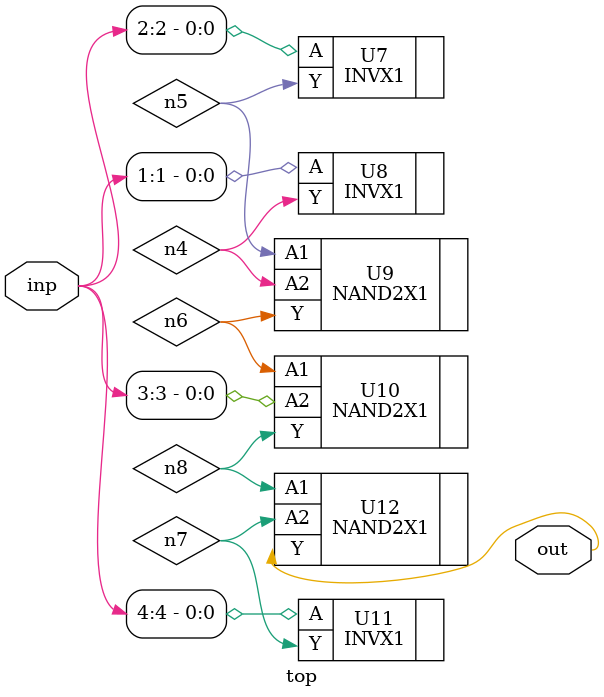
<source format=sv>


module top ( inp, out );
  input [4:0] inp;
  output out;
  wire   n4, n5, n6, n7, n8;

  INVX1 U7 ( .A(inp[2]), .Y(n5) );
  INVX1 U8 ( .A(inp[1]), .Y(n4) );
  NAND2X1 U9 ( .A1(n5), .A2(n4), .Y(n6) );
  NAND2X1 U10 ( .A1(n6), .A2(inp[3]), .Y(n8) );
  INVX1 U11 ( .A(inp[4]), .Y(n7) );
  NAND2X1 U12 ( .A1(n8), .A2(n7), .Y(out) );
endmodule


</source>
